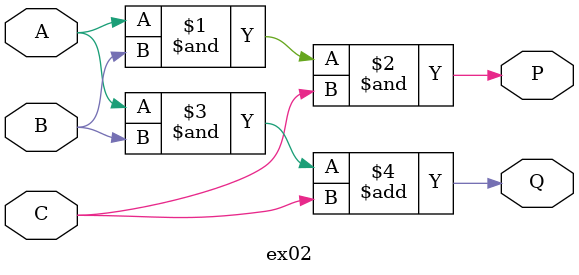
<source format=v>
module ex02(
    input A,
    input B,
    input C,
    output P,
    output Q);

    assign P = (A & B & C);
    assign Q = ((A & B) + C);

endmodule
</source>
